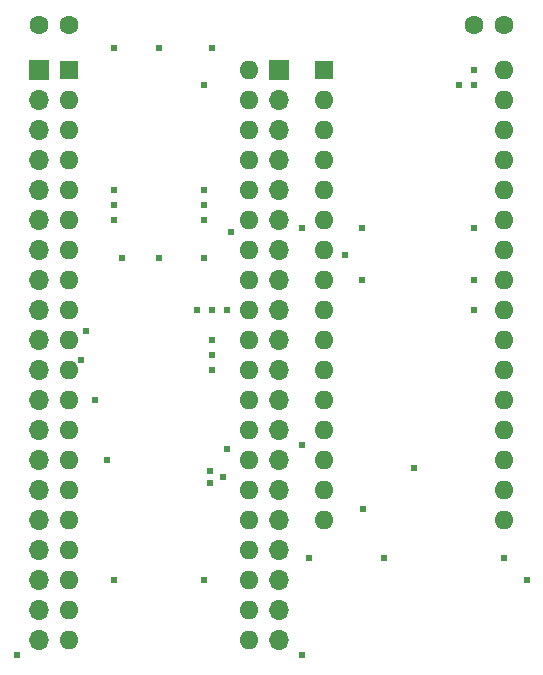
<source format=gts>
G04 #@! TF.GenerationSoftware,KiCad,Pcbnew,(6.0.10-0)*
G04 #@! TF.CreationDate,2022-12-27T18:05:12+09:00*
G04 #@! TF.ProjectId,MEZ6809RAM,4d455a36-3830-4395-9241-4d2e6b696361,A*
G04 #@! TF.SameCoordinates,PX5f5e100PY8f0d180*
G04 #@! TF.FileFunction,Soldermask,Top*
G04 #@! TF.FilePolarity,Negative*
%FSLAX46Y46*%
G04 Gerber Fmt 4.6, Leading zero omitted, Abs format (unit mm)*
G04 Created by KiCad (PCBNEW (6.0.10-0)) date 2022-12-27 18:05:12*
%MOMM*%
%LPD*%
G01*
G04 APERTURE LIST*
%ADD10C,1.600000*%
%ADD11R,1.600000X1.600000*%
%ADD12O,1.600000X1.600000*%
%ADD13R,1.700000X1.700000*%
%ADD14O,1.700000X1.700000*%
%ADD15C,0.605000*%
G04 APERTURE END LIST*
D10*
X6332500Y55245000D03*
X3832500Y55245000D03*
D11*
X6347500Y51435000D03*
D12*
X6347500Y48895000D03*
X6347500Y46355000D03*
X6347500Y43815000D03*
X6347500Y41275000D03*
X6347500Y38735000D03*
X6347500Y36195000D03*
X6347500Y33655000D03*
X6347500Y31115000D03*
X6347500Y28575000D03*
X6347500Y26035000D03*
X6347500Y23495000D03*
X6347500Y20955000D03*
X6347500Y18415000D03*
X6347500Y15875000D03*
X6347500Y13335000D03*
X6347500Y10795000D03*
X6347500Y8255000D03*
X6347500Y5715000D03*
X6347500Y3175000D03*
X21587500Y3175000D03*
X21587500Y5715000D03*
X21587500Y8255000D03*
X21587500Y10795000D03*
X21587500Y13335000D03*
X21587500Y15875000D03*
X21587500Y18415000D03*
X21587500Y20955000D03*
X21587500Y23495000D03*
X21587500Y26035000D03*
X21587500Y28575000D03*
X21587500Y31115000D03*
X21587500Y33655000D03*
X21587500Y36195000D03*
X21587500Y38735000D03*
X21587500Y41275000D03*
X21587500Y43815000D03*
X21587500Y46355000D03*
X21587500Y48895000D03*
X21587500Y51435000D03*
D10*
X40662500Y55245000D03*
X43162500Y55245000D03*
D11*
X27937500Y51440000D03*
D12*
X27937500Y48900000D03*
X27937500Y46360000D03*
X27937500Y43820000D03*
X27937500Y41280000D03*
X27937500Y38740000D03*
X27937500Y36200000D03*
X27937500Y33660000D03*
X27937500Y31120000D03*
X27937500Y28580000D03*
X27937500Y26040000D03*
X27937500Y23500000D03*
X27937500Y20960000D03*
X27937500Y18420000D03*
X27937500Y15880000D03*
X27937500Y13340000D03*
X43177500Y13340000D03*
X43177500Y15880000D03*
X43177500Y18420000D03*
X43177500Y20960000D03*
X43177500Y23500000D03*
X43177500Y26040000D03*
X43177500Y28580000D03*
X43177500Y31120000D03*
X43177500Y33660000D03*
X43177500Y36200000D03*
X43177500Y38740000D03*
X43177500Y41280000D03*
X43177500Y43820000D03*
X43177500Y46360000D03*
X43177500Y48900000D03*
X43177500Y51440000D03*
D13*
X24132500Y51440000D03*
D14*
X24132500Y48900000D03*
X24132500Y46360000D03*
X24132500Y43820000D03*
X24132500Y41280000D03*
X24132500Y38740000D03*
X24132500Y36200000D03*
X24132500Y33660000D03*
X24132500Y31120000D03*
X24132500Y28580000D03*
X24132500Y26040000D03*
X24132500Y23500000D03*
X24132500Y20960000D03*
X24132500Y18420000D03*
X24132500Y15880000D03*
X24132500Y13340000D03*
X24132500Y10800000D03*
X24132500Y8260000D03*
X24132500Y5720000D03*
X24132500Y3180000D03*
D13*
X3812500Y51440000D03*
D14*
X3812500Y48900000D03*
X3812500Y46360000D03*
X3812500Y43820000D03*
X3812500Y41280000D03*
X3812500Y38740000D03*
X3812500Y36200000D03*
X3812500Y33660000D03*
X3812500Y31120000D03*
X3812500Y28580000D03*
X3812500Y26040000D03*
X3812500Y23500000D03*
X3812500Y20960000D03*
X3812500Y18420000D03*
X3812500Y15880000D03*
X3812500Y13340000D03*
X3812500Y10800000D03*
X3812500Y8260000D03*
X3812500Y5720000D03*
X3812500Y3180000D03*
D15*
X18415000Y28575000D03*
X40640000Y31115000D03*
X9525000Y18415000D03*
X17780000Y41275000D03*
X40640000Y50165000D03*
X17780000Y8255000D03*
X43180000Y10160000D03*
X18415000Y31115000D03*
X18415000Y26035000D03*
X18415000Y27305000D03*
X17780000Y38735000D03*
X17780000Y35560000D03*
X26670000Y10160000D03*
X13970000Y53340000D03*
X10160000Y40005000D03*
X40640000Y33655000D03*
X1905000Y1905000D03*
X10160000Y8255000D03*
X10160000Y38735000D03*
X45085000Y8255000D03*
X26035000Y1905000D03*
X17780000Y40005000D03*
X13970000Y35560000D03*
X39370000Y50165000D03*
X10795000Y35560000D03*
X40640000Y51435000D03*
X19685000Y31115000D03*
X26038000Y19688000D03*
X26035000Y38100000D03*
X17767500Y50152500D03*
X31115000Y33655000D03*
X33020000Y10160000D03*
X10160000Y53340000D03*
X17145000Y31115000D03*
X10160000Y41275000D03*
X31115000Y38119400D03*
X40640000Y38100000D03*
X18415000Y53340000D03*
X7813400Y29330100D03*
X19710059Y19417559D03*
X18265400Y17548600D03*
X19418700Y17018000D03*
X29718000Y35814000D03*
X35560000Y17780000D03*
X20066000Y37719000D03*
X8516300Y23495000D03*
X7383300Y26879600D03*
X18288000Y16487400D03*
X31242000Y14305300D03*
M02*

</source>
